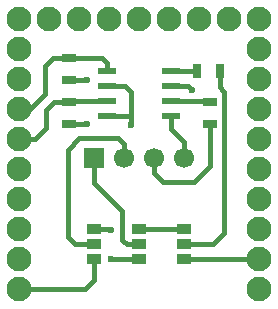
<source format=gbr>
G04 #@! TF.FileFunction,Copper,L2,Bot,Signal*
%FSLAX46Y46*%
G04 Gerber Fmt 4.6, Leading zero omitted, Abs format (unit mm)*
G04 Created by KiCad (PCBNEW 4.0.5) date 04/10/19 11:09:32*
%MOMM*%
%LPD*%
G01*
G04 APERTURE LIST*
%ADD10C,0.100000*%
%ADD11C,2.100000*%
%ADD12R,1.700000X1.700000*%
%ADD13C,1.700000*%
%ADD14R,1.270000X0.970000*%
%ADD15R,1.300000X0.700000*%
%ADD16R,0.700000X1.300000*%
%ADD17R,1.550000X0.600000*%
%ADD18C,0.600000*%
%ADD19C,0.400000*%
G04 APERTURE END LIST*
D10*
D11*
X161571000Y-67845000D03*
X161571000Y-70385000D03*
X161571000Y-72925000D03*
X161571000Y-75465000D03*
X161571000Y-78005000D03*
X161571000Y-80545000D03*
X161571000Y-83085000D03*
X161571000Y-85625000D03*
X161571000Y-88165000D03*
X161571000Y-65305000D03*
X159031000Y-65305000D03*
X156491000Y-65305000D03*
X153951000Y-65305000D03*
X151411000Y-65305000D03*
X148871000Y-65305000D03*
X146331000Y-65305000D03*
X143791000Y-65305000D03*
X141251000Y-65305000D03*
X141251000Y-67845000D03*
X141251000Y-70385000D03*
X141251000Y-72925000D03*
X141251000Y-75465000D03*
X141251000Y-78005000D03*
X141251000Y-80545000D03*
X141251000Y-83085000D03*
X141251000Y-85625000D03*
X141251000Y-88165000D03*
D12*
X147599400Y-77089000D03*
D13*
X150139400Y-77089000D03*
X152679400Y-77089000D03*
X155219400Y-77089000D03*
D14*
X155211000Y-83105000D03*
X155211000Y-84375000D03*
X155211000Y-85645000D03*
X151411000Y-83105000D03*
X151411000Y-84375000D03*
X151411000Y-85645000D03*
X147611000Y-83105000D03*
X147611000Y-84375000D03*
X147611000Y-85645000D03*
D15*
X145461000Y-70475000D03*
X145461000Y-68575000D03*
D16*
X158261000Y-69725000D03*
X156361000Y-69725000D03*
D15*
X145461000Y-74175000D03*
X145461000Y-72275000D03*
X157411000Y-74175000D03*
X157411000Y-72275000D03*
D17*
X154111000Y-69720000D03*
X154111000Y-70990000D03*
X154111000Y-72260000D03*
X154111000Y-73530000D03*
X148711000Y-73530000D03*
X148711000Y-72260000D03*
X148711000Y-70990000D03*
X148711000Y-69720000D03*
D18*
X147011000Y-74175000D03*
X147011000Y-70475000D03*
X150711000Y-74275000D03*
X155861000Y-71275000D03*
X149061000Y-83125000D03*
X149061000Y-85625000D03*
D19*
X161571000Y-85625000D02*
X155231000Y-85625000D01*
X155231000Y-85625000D02*
X155211000Y-85645000D01*
X145461000Y-70475000D02*
X147011000Y-70475000D01*
X147011000Y-74175000D02*
X145461000Y-74175000D01*
X145461000Y-68575000D02*
X148261000Y-68575000D01*
X148711000Y-69025000D02*
X148711000Y-69720000D01*
X148261000Y-68575000D02*
X148711000Y-69025000D01*
X141251000Y-72925000D02*
X142161000Y-72925000D01*
X142161000Y-72925000D02*
X143461000Y-71625000D01*
X143461000Y-71625000D02*
X143461000Y-69275000D01*
X143461000Y-69275000D02*
X144161000Y-68575000D01*
X144161000Y-68575000D02*
X145461000Y-68575000D01*
X145461000Y-72275000D02*
X144211000Y-72275000D01*
X142571000Y-75465000D02*
X141251000Y-75465000D01*
X143511000Y-74525000D02*
X142571000Y-75465000D01*
X143511000Y-72975000D02*
X143511000Y-74525000D01*
X144211000Y-72275000D02*
X143511000Y-72975000D01*
X148711000Y-72260000D02*
X145476000Y-72260000D01*
X145476000Y-72260000D02*
X145441000Y-72225000D01*
X148711000Y-73530000D02*
X150711000Y-73530000D01*
X148711000Y-70990000D02*
X150226000Y-70990000D01*
X150226000Y-70990000D02*
X150711000Y-71475000D01*
X150711000Y-71475000D02*
X150711000Y-73530000D01*
X150711000Y-73530000D02*
X150711000Y-74275000D01*
X147611000Y-85645000D02*
X147611000Y-87425000D01*
X146871000Y-88165000D02*
X141251000Y-88165000D01*
X147611000Y-87425000D02*
X146871000Y-88165000D01*
X155211000Y-83105000D02*
X151411000Y-83105000D01*
X158261000Y-69725000D02*
X158261000Y-71075000D01*
X157661000Y-84375000D02*
X155211000Y-84375000D01*
X158611000Y-83425000D02*
X157661000Y-84375000D01*
X158611000Y-71425000D02*
X158611000Y-83425000D01*
X158261000Y-71075000D02*
X158611000Y-71425000D01*
X147599400Y-77089000D02*
X147599400Y-79163400D01*
X150361000Y-84375000D02*
X151411000Y-84375000D01*
X149961000Y-83975000D02*
X150361000Y-84375000D01*
X149961000Y-81525000D02*
X149961000Y-83975000D01*
X147599400Y-79163400D02*
X149961000Y-81525000D01*
X154111000Y-70990000D02*
X155576000Y-70990000D01*
X155576000Y-70990000D02*
X155861000Y-71275000D01*
X151411000Y-85645000D02*
X149081000Y-85645000D01*
X149041000Y-83105000D02*
X147611000Y-83105000D01*
X149061000Y-83125000D02*
X149041000Y-83105000D01*
X149081000Y-85645000D02*
X149061000Y-85625000D01*
X147611000Y-84375000D02*
X145961000Y-84375000D01*
X150139400Y-75853400D02*
X150139400Y-77089000D01*
X149661000Y-75375000D02*
X150139400Y-75853400D01*
X146361000Y-75375000D02*
X149661000Y-75375000D01*
X145361000Y-76375000D02*
X146361000Y-75375000D01*
X145361000Y-83775000D02*
X145361000Y-76375000D01*
X145961000Y-84375000D02*
X145361000Y-83775000D01*
X157411000Y-74175000D02*
X157411000Y-77725000D01*
X152679400Y-78293400D02*
X152679400Y-77089000D01*
X153461000Y-79075000D02*
X152679400Y-78293400D01*
X156061000Y-79075000D02*
X153461000Y-79075000D01*
X157411000Y-77725000D02*
X156061000Y-79075000D01*
X154111000Y-73530000D02*
X154111000Y-74575000D01*
X155219400Y-75683400D02*
X155219400Y-77089000D01*
X154111000Y-74575000D02*
X155219400Y-75683400D01*
X154111000Y-69720000D02*
X156356000Y-69720000D01*
X156356000Y-69720000D02*
X156361000Y-69725000D01*
X154111000Y-72260000D02*
X157396000Y-72260000D01*
X157396000Y-72260000D02*
X157411000Y-72275000D01*
M02*

</source>
